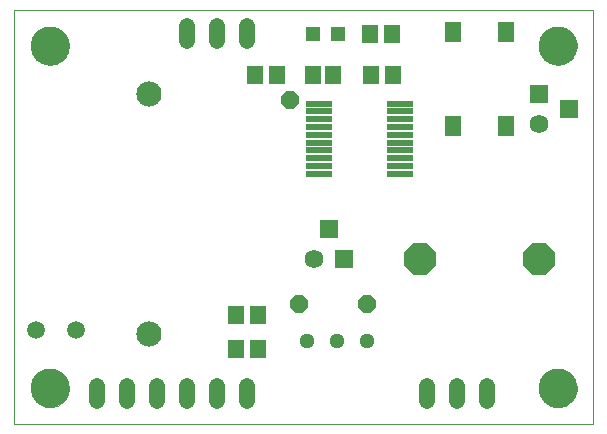
<source format=gts>
G75*
%MOIN*%
%OFA0B0*%
%FSLAX24Y24*%
%IPPOS*%
%LPD*%
%AMOC8*
5,1,8,0,0,1.08239X$1,22.5*
%
%ADD10C,0.0000*%
%ADD11C,0.1300*%
%ADD12C,0.0625*%
%ADD13R,0.0625X0.0625*%
%ADD14R,0.0850X0.0210*%
%ADD15OC8,0.1040*%
%ADD16C,0.0840*%
%ADD17R,0.0512X0.0512*%
%ADD18R,0.0552X0.0631*%
%ADD19C,0.0520*%
%ADD20R,0.0552X0.0650*%
%ADD21C,0.0512*%
%ADD22OC8,0.0600*%
%ADD23C,0.0591*%
D10*
X000100Y000550D02*
X000100Y014330D01*
X019391Y014330D01*
X019391Y000550D01*
X000100Y000550D01*
X000651Y001731D02*
X000653Y001781D01*
X000659Y001831D01*
X000669Y001880D01*
X000683Y001928D01*
X000700Y001975D01*
X000721Y002020D01*
X000746Y002064D01*
X000774Y002105D01*
X000806Y002144D01*
X000840Y002181D01*
X000877Y002215D01*
X000917Y002245D01*
X000959Y002272D01*
X001003Y002296D01*
X001049Y002317D01*
X001096Y002333D01*
X001144Y002346D01*
X001194Y002355D01*
X001243Y002360D01*
X001294Y002361D01*
X001344Y002358D01*
X001393Y002351D01*
X001442Y002340D01*
X001490Y002325D01*
X001536Y002307D01*
X001581Y002285D01*
X001624Y002259D01*
X001665Y002230D01*
X001704Y002198D01*
X001740Y002163D01*
X001772Y002125D01*
X001802Y002085D01*
X001829Y002042D01*
X001852Y001998D01*
X001871Y001952D01*
X001887Y001904D01*
X001899Y001855D01*
X001907Y001806D01*
X001911Y001756D01*
X001911Y001706D01*
X001907Y001656D01*
X001899Y001607D01*
X001887Y001558D01*
X001871Y001510D01*
X001852Y001464D01*
X001829Y001420D01*
X001802Y001377D01*
X001772Y001337D01*
X001740Y001299D01*
X001704Y001264D01*
X001665Y001232D01*
X001624Y001203D01*
X001581Y001177D01*
X001536Y001155D01*
X001490Y001137D01*
X001442Y001122D01*
X001393Y001111D01*
X001344Y001104D01*
X001294Y001101D01*
X001243Y001102D01*
X001194Y001107D01*
X001144Y001116D01*
X001096Y001129D01*
X001049Y001145D01*
X001003Y001166D01*
X000959Y001190D01*
X000917Y001217D01*
X000877Y001247D01*
X000840Y001281D01*
X000806Y001318D01*
X000774Y001357D01*
X000746Y001398D01*
X000721Y001442D01*
X000700Y001487D01*
X000683Y001534D01*
X000669Y001582D01*
X000659Y001631D01*
X000653Y001681D01*
X000651Y001731D01*
X000651Y013148D02*
X000653Y013198D01*
X000659Y013248D01*
X000669Y013297D01*
X000683Y013345D01*
X000700Y013392D01*
X000721Y013437D01*
X000746Y013481D01*
X000774Y013522D01*
X000806Y013561D01*
X000840Y013598D01*
X000877Y013632D01*
X000917Y013662D01*
X000959Y013689D01*
X001003Y013713D01*
X001049Y013734D01*
X001096Y013750D01*
X001144Y013763D01*
X001194Y013772D01*
X001243Y013777D01*
X001294Y013778D01*
X001344Y013775D01*
X001393Y013768D01*
X001442Y013757D01*
X001490Y013742D01*
X001536Y013724D01*
X001581Y013702D01*
X001624Y013676D01*
X001665Y013647D01*
X001704Y013615D01*
X001740Y013580D01*
X001772Y013542D01*
X001802Y013502D01*
X001829Y013459D01*
X001852Y013415D01*
X001871Y013369D01*
X001887Y013321D01*
X001899Y013272D01*
X001907Y013223D01*
X001911Y013173D01*
X001911Y013123D01*
X001907Y013073D01*
X001899Y013024D01*
X001887Y012975D01*
X001871Y012927D01*
X001852Y012881D01*
X001829Y012837D01*
X001802Y012794D01*
X001772Y012754D01*
X001740Y012716D01*
X001704Y012681D01*
X001665Y012649D01*
X001624Y012620D01*
X001581Y012594D01*
X001536Y012572D01*
X001490Y012554D01*
X001442Y012539D01*
X001393Y012528D01*
X001344Y012521D01*
X001294Y012518D01*
X001243Y012519D01*
X001194Y012524D01*
X001144Y012533D01*
X001096Y012546D01*
X001049Y012562D01*
X001003Y012583D01*
X000959Y012607D01*
X000917Y012634D01*
X000877Y012664D01*
X000840Y012698D01*
X000806Y012735D01*
X000774Y012774D01*
X000746Y012815D01*
X000721Y012859D01*
X000700Y012904D01*
X000683Y012951D01*
X000669Y012999D01*
X000659Y013048D01*
X000653Y013098D01*
X000651Y013148D01*
X017580Y013148D02*
X017582Y013198D01*
X017588Y013248D01*
X017598Y013297D01*
X017612Y013345D01*
X017629Y013392D01*
X017650Y013437D01*
X017675Y013481D01*
X017703Y013522D01*
X017735Y013561D01*
X017769Y013598D01*
X017806Y013632D01*
X017846Y013662D01*
X017888Y013689D01*
X017932Y013713D01*
X017978Y013734D01*
X018025Y013750D01*
X018073Y013763D01*
X018123Y013772D01*
X018172Y013777D01*
X018223Y013778D01*
X018273Y013775D01*
X018322Y013768D01*
X018371Y013757D01*
X018419Y013742D01*
X018465Y013724D01*
X018510Y013702D01*
X018553Y013676D01*
X018594Y013647D01*
X018633Y013615D01*
X018669Y013580D01*
X018701Y013542D01*
X018731Y013502D01*
X018758Y013459D01*
X018781Y013415D01*
X018800Y013369D01*
X018816Y013321D01*
X018828Y013272D01*
X018836Y013223D01*
X018840Y013173D01*
X018840Y013123D01*
X018836Y013073D01*
X018828Y013024D01*
X018816Y012975D01*
X018800Y012927D01*
X018781Y012881D01*
X018758Y012837D01*
X018731Y012794D01*
X018701Y012754D01*
X018669Y012716D01*
X018633Y012681D01*
X018594Y012649D01*
X018553Y012620D01*
X018510Y012594D01*
X018465Y012572D01*
X018419Y012554D01*
X018371Y012539D01*
X018322Y012528D01*
X018273Y012521D01*
X018223Y012518D01*
X018172Y012519D01*
X018123Y012524D01*
X018073Y012533D01*
X018025Y012546D01*
X017978Y012562D01*
X017932Y012583D01*
X017888Y012607D01*
X017846Y012634D01*
X017806Y012664D01*
X017769Y012698D01*
X017735Y012735D01*
X017703Y012774D01*
X017675Y012815D01*
X017650Y012859D01*
X017629Y012904D01*
X017612Y012951D01*
X017598Y012999D01*
X017588Y013048D01*
X017582Y013098D01*
X017580Y013148D01*
X017580Y001731D02*
X017582Y001781D01*
X017588Y001831D01*
X017598Y001880D01*
X017612Y001928D01*
X017629Y001975D01*
X017650Y002020D01*
X017675Y002064D01*
X017703Y002105D01*
X017735Y002144D01*
X017769Y002181D01*
X017806Y002215D01*
X017846Y002245D01*
X017888Y002272D01*
X017932Y002296D01*
X017978Y002317D01*
X018025Y002333D01*
X018073Y002346D01*
X018123Y002355D01*
X018172Y002360D01*
X018223Y002361D01*
X018273Y002358D01*
X018322Y002351D01*
X018371Y002340D01*
X018419Y002325D01*
X018465Y002307D01*
X018510Y002285D01*
X018553Y002259D01*
X018594Y002230D01*
X018633Y002198D01*
X018669Y002163D01*
X018701Y002125D01*
X018731Y002085D01*
X018758Y002042D01*
X018781Y001998D01*
X018800Y001952D01*
X018816Y001904D01*
X018828Y001855D01*
X018836Y001806D01*
X018840Y001756D01*
X018840Y001706D01*
X018836Y001656D01*
X018828Y001607D01*
X018816Y001558D01*
X018800Y001510D01*
X018781Y001464D01*
X018758Y001420D01*
X018731Y001377D01*
X018701Y001337D01*
X018669Y001299D01*
X018633Y001264D01*
X018594Y001232D01*
X018553Y001203D01*
X018510Y001177D01*
X018465Y001155D01*
X018419Y001137D01*
X018371Y001122D01*
X018322Y001111D01*
X018273Y001104D01*
X018223Y001101D01*
X018172Y001102D01*
X018123Y001107D01*
X018073Y001116D01*
X018025Y001129D01*
X017978Y001145D01*
X017932Y001166D01*
X017888Y001190D01*
X017846Y001217D01*
X017806Y001247D01*
X017769Y001281D01*
X017735Y001318D01*
X017703Y001357D01*
X017675Y001398D01*
X017650Y001442D01*
X017629Y001487D01*
X017612Y001534D01*
X017598Y001582D01*
X017588Y001631D01*
X017582Y001681D01*
X017580Y001731D01*
D11*
X018210Y001731D03*
X018210Y013148D03*
X001281Y013148D03*
X001281Y001731D03*
D12*
X010100Y006050D03*
X017600Y010550D03*
D13*
X017600Y011550D03*
X018600Y011050D03*
X011100Y006050D03*
X010600Y007050D03*
D14*
X010250Y008880D03*
X010250Y009140D03*
X010250Y009400D03*
X010250Y009660D03*
X010250Y009920D03*
X010250Y010180D03*
X010250Y010440D03*
X010250Y010700D03*
X010250Y010960D03*
X010250Y011220D03*
X012950Y011220D03*
X012950Y010960D03*
X012950Y010700D03*
X012950Y010440D03*
X012950Y010180D03*
X012950Y009920D03*
X012950Y009660D03*
X012950Y009400D03*
X012950Y009140D03*
X012950Y008880D03*
D15*
X013630Y006050D03*
X017570Y006050D03*
D16*
X004600Y003550D03*
X004600Y011550D03*
D17*
X010048Y013550D03*
X010875Y013550D03*
D18*
X011948Y013550D03*
X012696Y013550D03*
X012724Y012175D03*
X011976Y012175D03*
X010726Y012175D03*
X010057Y012175D03*
X008863Y012163D03*
X008115Y012163D03*
X008224Y004175D03*
X007476Y004175D03*
X007476Y003050D03*
X008224Y003050D03*
D19*
X007850Y001790D02*
X007850Y001310D01*
X006850Y001310D02*
X006850Y001790D01*
X005850Y001790D02*
X005850Y001310D01*
X004850Y001310D02*
X004850Y001790D01*
X003850Y001790D02*
X003850Y001310D01*
X002850Y001310D02*
X002850Y001790D01*
X013850Y001790D02*
X013850Y001310D01*
X014850Y001310D02*
X014850Y001790D01*
X015850Y001790D02*
X015850Y001310D01*
X007850Y013310D02*
X007850Y013790D01*
X006850Y013790D02*
X006850Y013310D01*
X005850Y013310D02*
X005850Y013790D01*
D20*
X014714Y013615D03*
X016486Y013615D03*
X016486Y010485D03*
X014714Y010485D03*
D21*
X011850Y003300D03*
X010850Y003300D03*
X009850Y003300D03*
D22*
X009600Y004550D03*
X011850Y004550D03*
X009275Y011350D03*
D23*
X002144Y003675D03*
X000806Y003675D03*
M02*

</source>
